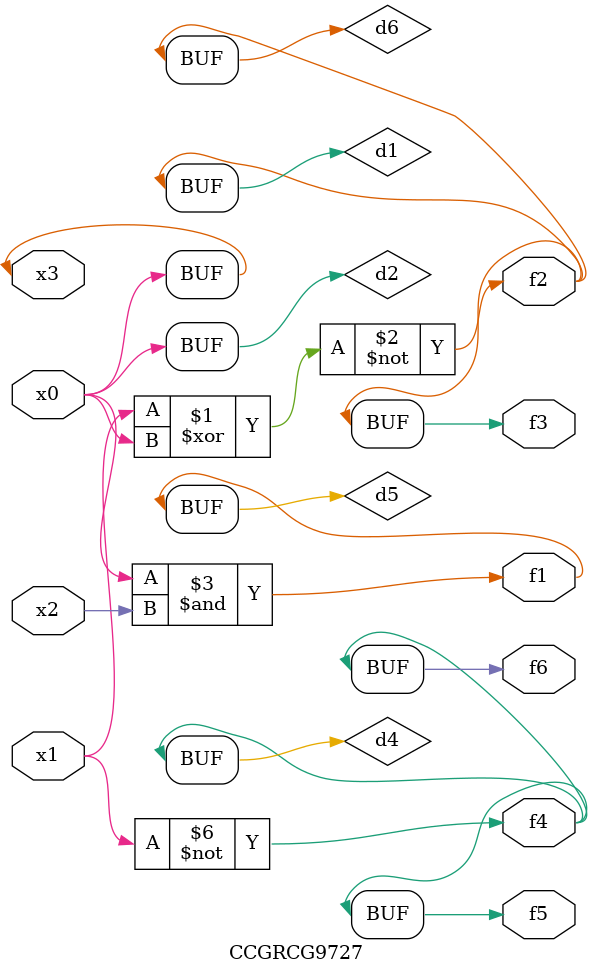
<source format=v>
module CCGRCG9727(
	input x0, x1, x2, x3,
	output f1, f2, f3, f4, f5, f6
);

	wire d1, d2, d3, d4, d5, d6;

	xnor (d1, x1, x3);
	buf (d2, x0, x3);
	nand (d3, x0, x2);
	not (d4, x1);
	nand (d5, d3);
	or (d6, d1);
	assign f1 = d5;
	assign f2 = d6;
	assign f3 = d6;
	assign f4 = d4;
	assign f5 = d4;
	assign f6 = d4;
endmodule

</source>
